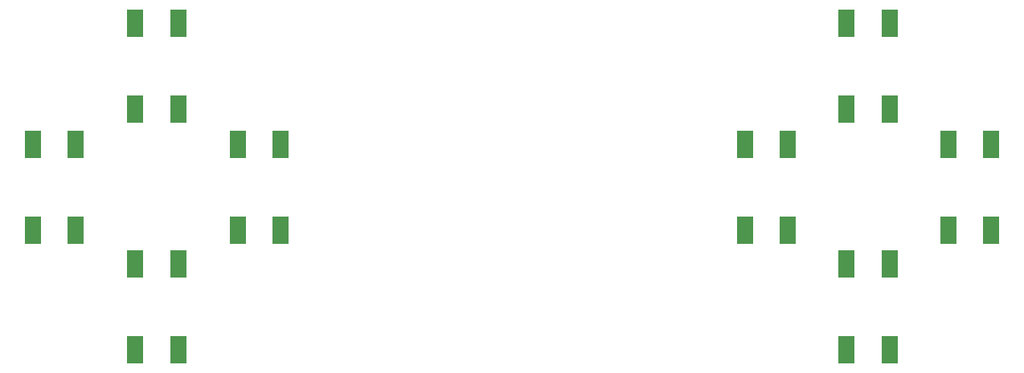
<source format=gtp>
G04*
G04 #@! TF.GenerationSoftware,Altium Limited,CircuitMaker,2.2.1 (6)*
G04*
G04 Layer_Color=7318015*
%FSLAX25Y25*%
%MOIN*%
G70*
G04*
G04 #@! TF.SameCoordinates,C7A46A66-803E-4EFA-A11E-2D709BABBFBD*
G04*
G04*
G04 #@! TF.FilePolarity,Positive*
G04*
G01*
G75*
%ADD11R,0.07087X0.11811*%
D11*
X571358Y276413D02*
D03*
X553642D02*
D03*
Y240587D02*
D03*
X571358D02*
D03*
X613458Y326000D02*
D03*
X595742D02*
D03*
Y290173D02*
D03*
X613458D02*
D03*
X529217Y326000D02*
D03*
X511500D02*
D03*
Y290173D02*
D03*
X529217D02*
D03*
X571358Y376327D02*
D03*
X553642D02*
D03*
Y340500D02*
D03*
X571358D02*
D03*
X276358Y276413D02*
D03*
X258642D02*
D03*
Y240587D02*
D03*
X276358D02*
D03*
Y376327D02*
D03*
X258642D02*
D03*
Y340500D02*
D03*
X276358D02*
D03*
X318717Y326000D02*
D03*
X301000D02*
D03*
Y290173D02*
D03*
X318717D02*
D03*
X233858Y326000D02*
D03*
X216142D02*
D03*
Y290173D02*
D03*
X233858D02*
D03*
M02*

</source>
